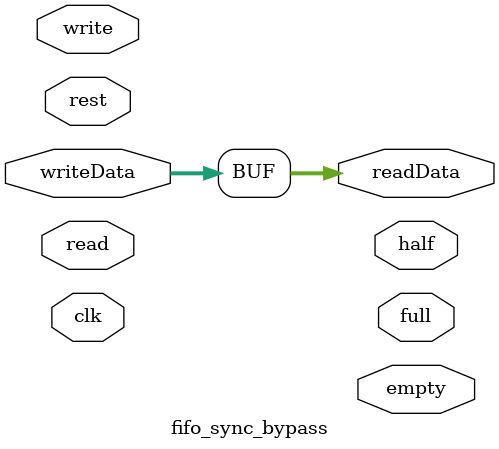
<source format=sv>
module fifo_sync_bypass #(
  parameter DEPTH=2,  /*允许为2,4,8,16*/
            WIDTH=32
)(
  input               clk,
  input               rest,
  output              full,
  output              empty,
  output              half,
  input               write,
  input               read,
  input  [WIDTH-1:0]  writeData,
  output [WIDTH-1:0]  readData
);

reg[WIDTH-1:0] array[DEPTH-1:0];

assign readData=writeData;

endmodule


</source>
